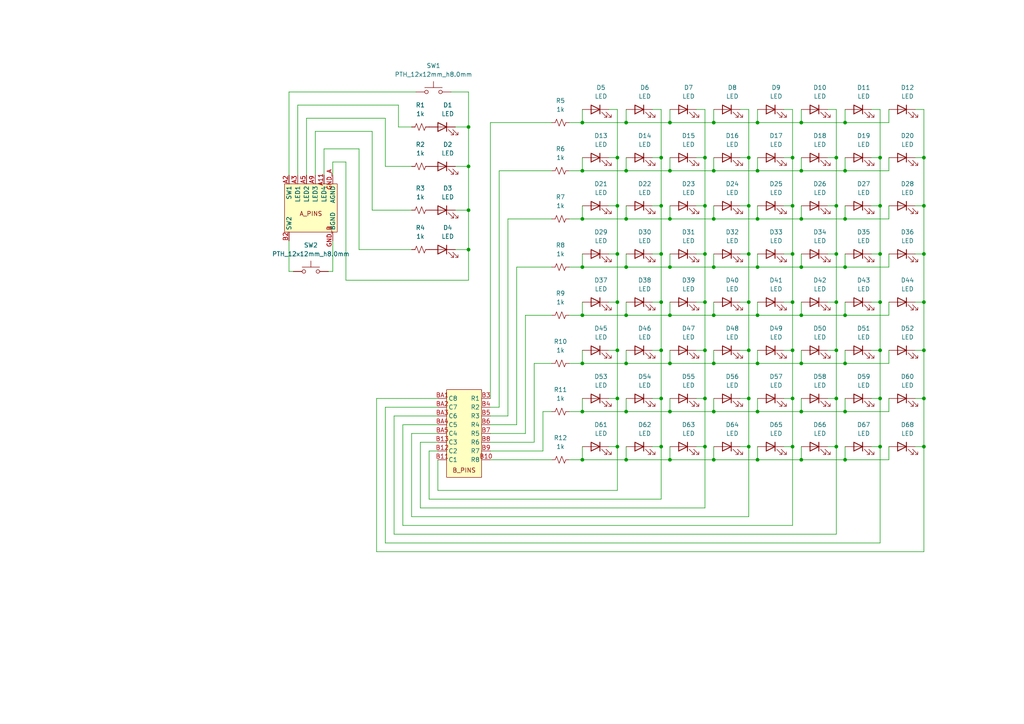
<source format=kicad_sch>
(kicad_sch (version 20250114) (generator "eeschema") (generator_version "9.0")
  (paper "A4")
  (lib_symbols
    (symbol "Device:LED" (pin_numbers (hide yes)) (pin_names (offset 1.016) (hide yes))
      (property "Reference" "D" (at 0 2.54 0))
      (property "Value" "LED" (at 0 -2.54 0))
      (symbol "LED_1_1"
        (pin passive line (at -3.81 0 0) (length 2.54) (name "K") (number "1"))
        (pin passive line (at 3.81 0 180) (length 2.54) (name "A") (number "2"))
      )
    )
    (symbol "PCM_SparkFun-Resistor:1k_0402" (pin_numbers (hide yes)) (pin_names (offset 0))
      (property "Reference" "R" (at 0 -2.54 0))
      (property "Value" "1k" (at 0 2.54 0))
      (symbol "1k_0402_1_1"
        (pin passive line (at -2.54 0 0) (length 1.016) (name "~") (number "1"))
        (pin passive line (at 2.54 0 180) (length 1.016) (name "~") (number "2"))
      )
    )
    (symbol "PCM_SparkFun-Switch:SPST_Push_PTH_12x12mm_h8.0mm" (pin_numbers (hide yes)) (pin_names (offset 0) (hide yes))
      (property "Reference" "SW" (at 0 5.08 0))
      (property "Value" "PTH_12x12mm_h8.0mm" (at 0 -2.54 0))
      (symbol "SPST_Push_PTH_12x12mm_h8.0mm_0_1"
        (pin passive line (at -5.08 0 0) (length 2.54) (name "1") (number "1"))
      )
      (symbol "SPST_Push_PTH_12x12mm_h8.0mm_1_1"
        (pin passive line (at 5.08 0 180) (length 2.54) (name "2") (number "2"))
      )
    )
    (symbol "matrix_tube_1"
      (property "Reference" "U" (at 0 0 0))
      (symbol "matrix_tube_1_1_1"
        (text "B_PINS" (at 7.62 3.302 0) (effects (font (size 1.27 1.27))))
        (pin input line (at 0 24.13 0) (length 2.54) (name "R1") (number "B3"))
        (pin input line (at 0 21.59 0) (length 2.54) (name "R2") (number "B4"))
        (pin input line (at 0 19.05 0) (length 2.54) (name "R3") (number "B5"))
        (pin input line (at 0 16.51 0) (length 2.54) (name "R4") (number "B6"))
        (pin input line (at 0 13.97 0) (length 2.54) (name "R5") (number "B7"))
        (pin input line (at 0 11.43 0) (length 2.54) (name "R6") (number "B8"))
        (pin input line (at 0 8.89 0) (length 2.54) (name "R7") (number "B9"))
        (pin input line (at 0 6.35 0) (length 2.54) (name "R8") (number "B10"))
        (pin input line (at 15.24 24.13 180) (length 2.54) (name "C8") (number "BA1"))
        (pin input line (at 15.24 21.59 180) (length 2.54) (name "C7") (number "BA2"))
        (pin input line (at 15.24 19.05 180) (length 2.54) (name "C6") (number "BA3"))
        (pin input line (at 15.24 16.51 180) (length 2.54) (name "C5") (number "BA4"))
        (pin input line (at 15.24 13.97 180) (length 2.54) (name "C4") (number "BA5"))
        (pin input line (at 15.24 11.43 180) (length 2.54) (name "C3") (number "B13"))
        (pin input line (at 15.24 8.89 180) (length 2.54) (name "C2") (number "B12"))
        (pin input line (at 15.24 6.35 180) (length 2.54) (name "C1") (number "B11"))
      )
    )
    (symbol "pins:lights"
      (property "Reference" "U" (at 0 0 0))
      (symbol "lights_1_1"
        (text "A_PINS\n" (at 0 -8.636 0) (effects (font (size 1.27 1.27))))
        (pin input line (at -6.35 2.54 270) (length 2.54) (name "SW1") (number "A2"))
        (pin input line (at -6.35 -16.51 90) (length 2.54) (name "SW2") (number "B2"))
        (pin input line (at -3.81 2.54 270) (length 2.54) (name "LED1") (number "A3"))
        (pin input line (at -1.27 2.54 270) (length 2.54) (name "LED2") (number "A5"))
        (pin input line (at 1.27 2.54 270) (length 2.54) (name "LED3") (number "A9"))
        (pin input line (at 3.81 2.54 270) (length 2.54) (name "LED4") (number "A11"))
        (pin input line (at 6.35 2.54 270) (length 2.54) (name "AGND") (number "GND_A"))
        (pin input line (at 6.35 -16.51 90) (length 2.54) (name "BGND") (number "GND_B"))
      )
    )
  )
  (junction (at 207.01 91.44))
  (junction (at 242.57 45.72))
  (junction (at 219.71 133.35))
  (junction (at 179.07 115.57))
  (junction (at 179.07 101.6))
  (junction (at 229.87 115.57))
  (junction (at 207.01 133.35))
  (junction (at 229.87 101.6))
  (junction (at 181.61 49.53))
  (junction (at 229.87 45.72))
  (junction (at 194.31 35.56))
  (junction (at 229.87 129.54))
  (junction (at 267.97 87.63))
  (junction (at 245.11 105.41))
  (junction (at 194.31 49.53))
  (junction (at 219.71 77.47))
  (junction (at 194.31 63.5))
  (junction (at 207.01 35.56))
  (junction (at 181.61 63.5))
  (junction (at 219.71 91.44))
  (junction (at 219.71 119.38))
  (junction (at 181.61 91.44))
  (junction (at 232.41 35.56))
  (junction (at 245.11 63.5))
  (junction (at 207.01 49.53))
  (junction (at 168.91 77.47))
  (junction (at 181.61 35.56))
  (junction (at 217.17 129.54))
  (junction (at 217.17 73.66))
  (junction (at 245.11 133.35))
  (junction (at 181.61 133.35))
  (junction (at 229.87 73.66))
  (junction (at 204.47 115.57))
  (junction (at 191.77 87.63))
  (junction (at 168.91 63.5))
  (junction (at 168.91 91.44))
  (junction (at 217.17 115.57))
  (junction (at 255.27 101.6))
  (junction (at 217.17 101.6))
  (junction (at 229.87 59.69))
  (junction (at 267.97 101.6))
  (junction (at 204.47 73.66))
  (junction (at 219.71 49.53))
  (junction (at 168.91 119.38))
  (junction (at 179.07 129.54))
  (junction (at 242.57 59.69))
  (junction (at 179.07 87.63))
  (junction (at 255.27 45.72))
  (junction (at 242.57 115.57))
  (junction (at 168.91 105.41))
  (junction (at 168.91 49.53))
  (junction (at 204.47 45.72))
  (junction (at 207.01 119.38))
  (junction (at 267.97 59.69))
  (junction (at 232.41 63.5))
  (junction (at 204.47 101.6))
  (junction (at 194.31 133.35))
  (junction (at 191.77 129.54))
  (junction (at 179.07 73.66))
  (junction (at 204.47 129.54))
  (junction (at 242.57 129.54))
  (junction (at 232.41 119.38))
  (junction (at 242.57 73.66))
  (junction (at 194.31 105.41))
  (junction (at 267.97 73.66))
  (junction (at 242.57 87.63))
  (junction (at 232.41 105.41))
  (junction (at 181.61 77.47))
  (junction (at 135.89 60.96))
  (junction (at 135.89 72.39))
  (junction (at 135.89 48.26))
  (junction (at 245.11 119.38))
  (junction (at 219.71 35.56))
  (junction (at 255.27 87.63))
  (junction (at 168.91 35.56))
  (junction (at 194.31 91.44))
  (junction (at 194.31 119.38))
  (junction (at 207.01 63.5))
  (junction (at 245.11 49.53))
  (junction (at 179.07 45.72))
  (junction (at 232.41 49.53))
  (junction (at 232.41 77.47))
  (junction (at 191.77 59.69))
  (junction (at 204.47 59.69))
  (junction (at 191.77 45.72))
  (junction (at 191.77 101.6))
  (junction (at 219.71 63.5))
  (junction (at 229.87 87.63))
  (junction (at 181.61 119.38))
  (junction (at 219.71 105.41))
  (junction (at 242.57 101.6))
  (junction (at 267.97 129.54))
  (junction (at 267.97 115.57))
  (junction (at 207.01 105.41))
  (junction (at 135.89 36.83))
  (junction (at 245.11 77.47))
  (junction (at 179.07 59.69))
  (junction (at 255.27 73.66))
  (junction (at 194.31 77.47))
  (junction (at 232.41 133.35))
  (junction (at 181.61 105.41))
  (junction (at 191.77 115.57))
  (junction (at 267.97 45.72))
  (junction (at 217.17 45.72))
  (junction (at 217.17 87.63))
  (junction (at 232.41 91.44))
  (junction (at 255.27 115.57))
  (junction (at 207.01 77.47))
  (junction (at 204.47 87.63))
  (junction (at 168.91 133.35))
  (junction (at 255.27 59.69))
  (junction (at 245.11 35.56))
  (junction (at 217.17 59.69))
  (junction (at 255.27 129.54))
  (junction (at 191.77 73.66))
  (junction (at 245.11 91.44))
  (wire (pts (xy 86.36 30.48) (xy 86.36 50.8)))
  (wire (pts (xy 135.89 60.96) (xy 135.89 72.39)))
  (wire (pts (xy 217.17 73.66) (xy 217.17 87.63)))
  (wire (pts (xy 181.61 91.44) (xy 194.31 91.44)))
  (wire (pts (xy 204.47 87.63) (xy 204.47 101.6)))
  (wire (pts (xy 189.23 31.75) (xy 191.77 31.75)))
  (wire (pts (xy 181.61 119.38) (xy 194.31 119.38)))
  (wire (pts (xy 252.73 129.54) (xy 255.27 129.54)))
  (wire (pts (xy 214.63 31.75) (xy 217.17 31.75)))
  (wire (pts (xy 207.01 77.47) (xy 219.71 77.47)))
  (wire (pts (xy 204.47 59.69) (xy 204.47 73.66)))
  (wire (pts (xy 127 120.65) (xy 114.3 120.65)))
  (wire (pts (xy 240.03 101.6) (xy 242.57 101.6)))
  (wire (pts (xy 191.77 129.54) (xy 191.77 144.78)))
  (wire (pts (xy 181.61 35.56) (xy 194.31 35.56)))
  (wire (pts (xy 207.01 63.5) (xy 219.71 63.5)))
  (wire (pts (xy 245.11 59.69) (xy 245.11 63.5)))
  (wire (pts (xy 181.61 45.72) (xy 181.61 49.53)))
  (wire (pts (xy 207.01 119.38) (xy 219.71 119.38)))
  (wire (pts (xy 154.94 128.27) (xy 154.94 105.41)))
  (wire (pts (xy 132.08 60.96) (xy 135.89 60.96)))
  (wire (pts (xy 201.93 129.54) (xy 204.47 129.54)))
  (wire (pts (xy 267.97 73.66) (xy 267.97 87.63)))
  (wire (pts (xy 111.76 118.11) (xy 111.76 157.48)))
  (wire (pts (xy 194.31 87.63) (xy 194.31 91.44)))
  (wire (pts (xy 189.23 73.66) (xy 191.77 73.66)))
  (wire (pts (xy 242.57 115.57) (xy 242.57 129.54)))
  (wire (pts (xy 252.73 31.75) (xy 255.27 31.75)))
  (wire (pts (xy 109.22 160.02) (xy 267.97 160.02)))
  (wire (pts (xy 168.91 45.72) (xy 168.91 49.53)))
  (wire (pts (xy 96.52 50.8) (xy 96.52 46.99)))
  (wire (pts (xy 194.31 115.57) (xy 194.31 119.38)))
  (wire (pts (xy 181.61 31.75) (xy 181.61 35.56)))
  (wire (pts (xy 255.27 115.57) (xy 255.27 129.54)))
  (wire (pts (xy 154.94 105.41) (xy 160.02 105.41)))
  (wire (pts (xy 194.31 119.38) (xy 207.01 119.38)))
  (wire (pts (xy 181.61 101.6) (xy 181.61 105.41)))
  (wire (pts (xy 127 115.57) (xy 109.22 115.57)))
  (wire (pts (xy 242.57 73.66) (xy 242.57 87.63)))
  (wire (pts (xy 242.57 59.69) (xy 242.57 73.66)))
  (wire (pts (xy 127 118.11) (xy 111.76 118.11)))
  (wire (pts (xy 257.81 115.57) (xy 257.81 119.38)))
  (wire (pts (xy 176.53 129.54) (xy 179.07 129.54)))
  (wire (pts (xy 168.91 31.75) (xy 168.91 35.56)))
  (wire (pts (xy 119.38 125.73) (xy 119.38 149.86)))
  (wire (pts (xy 257.81 45.72) (xy 257.81 49.53)))
  (wire (pts (xy 189.23 87.63) (xy 191.77 87.63)))
  (wire (pts (xy 240.03 31.75) (xy 242.57 31.75)))
  (wire (pts (xy 114.3 120.65) (xy 114.3 154.94)))
  (wire (pts (xy 245.11 129.54) (xy 245.11 133.35)))
  (wire (pts (xy 168.91 49.53) (xy 181.61 49.53)))
  (wire (pts (xy 232.41 91.44) (xy 245.11 91.44)))
  (wire (pts (xy 242.57 101.6) (xy 242.57 115.57)))
  (wire (pts (xy 245.11 101.6) (xy 245.11 105.41)))
  (wire (pts (xy 219.71 73.66) (xy 219.71 77.47)))
  (wire (pts (xy 265.43 59.69) (xy 267.97 59.69)))
  (wire (pts (xy 107.95 60.96) (xy 107.95 38.1)))
  (wire (pts (xy 179.07 87.63) (xy 179.07 101.6)))
  (wire (pts (xy 201.93 101.6) (xy 204.47 101.6)))
  (wire (pts (xy 181.61 105.41) (xy 194.31 105.41)))
  (wire (pts (xy 240.03 73.66) (xy 242.57 73.66)))
  (wire (pts (xy 194.31 77.47) (xy 207.01 77.47)))
  (wire (pts (xy 127 142.24) (xy 179.07 142.24)))
  (wire (pts (xy 165.1 119.38) (xy 168.91 119.38)))
  (wire (pts (xy 111.76 48.26) (xy 111.76 34.29)))
  (wire (pts (xy 142.24 120.65) (xy 147.32 120.65)))
  (wire (pts (xy 152.4 125.73) (xy 152.4 91.44)))
  (wire (pts (xy 229.87 115.57) (xy 229.87 129.54)))
  (wire (pts (xy 116.84 123.19) (xy 127 123.19)))
  (wire (pts (xy 168.91 119.38) (xy 181.61 119.38)))
  (wire (pts (xy 229.87 45.72) (xy 229.87 59.69)))
  (wire (pts (xy 232.41 35.56) (xy 245.11 35.56)))
  (wire (pts (xy 201.93 59.69) (xy 204.47 59.69)))
  (wire (pts (xy 168.91 87.63) (xy 168.91 91.44)))
  (wire (pts (xy 219.71 49.53) (xy 232.41 49.53)))
  (wire (pts (xy 114.3 154.94) (xy 242.57 154.94)))
  (wire (pts (xy 111.76 34.29) (xy 88.9 34.29)))
  (wire (pts (xy 142.24 133.35) (xy 160.02 133.35)))
  (wire (pts (xy 181.61 115.57) (xy 181.61 119.38)))
  (wire (pts (xy 127 130.81) (xy 124.46 130.81)))
  (wire (pts (xy 257.81 87.63) (xy 257.81 91.44)))
  (wire (pts (xy 121.92 128.27) (xy 121.92 147.32)))
  (wire (pts (xy 227.33 45.72) (xy 229.87 45.72)))
  (wire (pts (xy 96.52 78.74) (xy 95.25 78.74)))
  (wire (pts (xy 229.87 73.66) (xy 229.87 87.63)))
  (wire (pts (xy 232.41 133.35) (xy 245.11 133.35)))
  (wire (pts (xy 132.08 36.83) (xy 135.89 36.83)))
  (wire (pts (xy 142.24 125.73) (xy 152.4 125.73)))
  (wire (pts (xy 267.97 31.75) (xy 267.97 45.72)))
  (wire (pts (xy 207.01 73.66) (xy 207.01 77.47)))
  (wire (pts (xy 265.43 73.66) (xy 267.97 73.66)))
  (wire (pts (xy 240.03 59.69) (xy 242.57 59.69)))
  (wire (pts (xy 160.02 119.38) (xy 157.48 119.38)))
  (wire (pts (xy 265.43 115.57) (xy 267.97 115.57)))
  (wire (pts (xy 91.44 38.1) (xy 91.44 50.8)))
  (wire (pts (xy 179.07 45.72) (xy 179.07 59.69)))
  (wire (pts (xy 176.53 101.6) (xy 179.07 101.6)))
  (wire (pts (xy 219.71 31.75) (xy 219.71 35.56)))
  (wire (pts (xy 157.48 119.38) (xy 157.48 130.81)))
  (wire (pts (xy 252.73 101.6) (xy 255.27 101.6)))
  (wire (pts (xy 119.38 60.96) (xy 107.95 60.96)))
  (wire (pts (xy 245.11 73.66) (xy 245.11 77.47)))
  (wire (pts (xy 176.53 87.63) (xy 179.07 87.63)))
  (wire (pts (xy 194.31 49.53) (xy 207.01 49.53)))
  (wire (pts (xy 265.43 45.72) (xy 267.97 45.72)))
  (wire (pts (xy 165.1 77.47) (xy 168.91 77.47)))
  (wire (pts (xy 135.89 36.83) (xy 135.89 48.26)))
  (wire (pts (xy 255.27 59.69) (xy 255.27 73.66)))
  (wire (pts (xy 116.84 123.19) (xy 116.84 152.4)))
  (wire (pts (xy 267.97 115.57) (xy 267.97 129.54)))
  (wire (pts (xy 252.73 59.69) (xy 255.27 59.69)))
  (wire (pts (xy 168.91 77.47) (xy 181.61 77.47)))
  (wire (pts (xy 189.23 129.54) (xy 191.77 129.54)))
  (wire (pts (xy 176.53 115.57) (xy 179.07 115.57)))
  (wire (pts (xy 255.27 87.63) (xy 255.27 101.6)))
  (wire (pts (xy 204.47 115.57) (xy 204.47 129.54)))
  (wire (pts (xy 219.71 115.57) (xy 219.71 119.38)))
  (wire (pts (xy 194.31 45.72) (xy 194.31 49.53)))
  (wire (pts (xy 168.91 63.5) (xy 181.61 63.5)))
  (wire (pts (xy 119.38 36.83) (xy 115.57 36.83)))
  (wire (pts (xy 181.61 59.69) (xy 181.61 63.5)))
  (wire (pts (xy 142.24 118.11) (xy 144.78 118.11)))
  (wire (pts (xy 104.14 72.39) (xy 104.14 43.18)))
  (wire (pts (xy 165.1 49.53) (xy 168.91 49.53)))
  (wire (pts (xy 217.17 129.54) (xy 217.17 149.86)))
  (wire (pts (xy 179.07 129.54) (xy 179.07 142.24)))
  (wire (pts (xy 135.89 26.67) (xy 135.89 36.83)))
  (wire (pts (xy 214.63 129.54) (xy 217.17 129.54)))
  (wire (pts (xy 194.31 73.66) (xy 194.31 77.47)))
  (wire (pts (xy 232.41 45.72) (xy 232.41 49.53)))
  (wire (pts (xy 127 125.73) (xy 119.38 125.73)))
  (wire (pts (xy 119.38 48.26) (xy 111.76 48.26)))
  (wire (pts (xy 257.81 73.66) (xy 257.81 77.47)))
  (wire (pts (xy 201.93 31.75) (xy 204.47 31.75)))
  (wire (pts (xy 194.31 105.41) (xy 207.01 105.41)))
  (wire (pts (xy 229.87 129.54) (xy 229.87 152.4)))
  (wire (pts (xy 168.91 59.69) (xy 168.91 63.5)))
  (wire (pts (xy 227.33 59.69) (xy 229.87 59.69)))
  (wire (pts (xy 194.31 91.44) (xy 207.01 91.44)))
  (wire (pts (xy 219.71 87.63) (xy 219.71 91.44)))
  (wire (pts (xy 214.63 73.66) (xy 217.17 73.66)))
  (wire (pts (xy 179.07 101.6) (xy 179.07 115.57)))
  (wire (pts (xy 194.31 133.35) (xy 207.01 133.35)))
  (wire (pts (xy 219.71 35.56) (xy 232.41 35.56)))
  (wire (pts (xy 165.1 35.56) (xy 168.91 35.56)))
  (wire (pts (xy 181.61 77.47) (xy 194.31 77.47)))
  (wire (pts (xy 219.71 129.54) (xy 219.71 133.35)))
  (wire (pts (xy 245.11 133.35) (xy 257.81 133.35)))
  (wire (pts (xy 219.71 63.5) (xy 232.41 63.5)))
  (wire (pts (xy 88.9 34.29) (xy 88.9 50.8)))
  (wire (pts (xy 168.91 101.6) (xy 168.91 105.41)))
  (wire (pts (xy 217.17 101.6) (xy 217.17 115.57)))
  (wire (pts (xy 191.77 101.6) (xy 191.77 115.57)))
  (wire (pts (xy 245.11 87.63) (xy 245.11 91.44)))
  (wire (pts (xy 219.71 105.41) (xy 232.41 105.41)))
  (wire (pts (xy 104.14 43.18) (xy 93.98 43.18)))
  (wire (pts (xy 232.41 77.47) (xy 245.11 77.47)))
  (wire (pts (xy 135.89 72.39) (xy 135.89 81.28)))
  (wire (pts (xy 240.03 129.54) (xy 242.57 129.54)))
  (wire (pts (xy 232.41 115.57) (xy 232.41 119.38)))
  (wire (pts (xy 96.52 46.99) (xy 100.33 46.99)))
  (wire (pts (xy 181.61 49.53) (xy 194.31 49.53)))
  (wire (pts (xy 165.1 91.44) (xy 168.91 91.44)))
  (wire (pts (xy 147.32 63.5) (xy 160.02 63.5)))
  (wire (pts (xy 252.73 87.63) (xy 255.27 87.63)))
  (wire (pts (xy 165.1 105.41) (xy 168.91 105.41)))
  (wire (pts (xy 245.11 45.72) (xy 245.11 49.53)))
  (wire (pts (xy 168.91 133.35) (xy 181.61 133.35)))
  (wire (pts (xy 207.01 101.6) (xy 207.01 105.41)))
  (wire (pts (xy 207.01 45.72) (xy 207.01 49.53)))
  (wire (pts (xy 181.61 133.35) (xy 194.31 133.35)))
  (wire (pts (xy 214.63 115.57) (xy 217.17 115.57)))
  (wire (pts (xy 201.93 73.66) (xy 204.47 73.66)))
  (wire (pts (xy 267.97 45.72) (xy 267.97 59.69)))
  (wire (pts (xy 168.91 91.44) (xy 181.61 91.44)))
  (wire (pts (xy 245.11 119.38) (xy 257.81 119.38)))
  (wire (pts (xy 116.84 152.4) (xy 229.87 152.4)))
  (wire (pts (xy 132.08 48.26) (xy 135.89 48.26)))
  (wire (pts (xy 217.17 31.75) (xy 217.17 45.72)))
  (wire (pts (xy 194.31 59.69) (xy 194.31 63.5)))
  (wire (pts (xy 83.82 78.74) (xy 85.09 78.74)))
  (wire (pts (xy 227.33 129.54) (xy 229.87 129.54)))
  (wire (pts (xy 135.89 72.39) (xy 132.08 72.39)))
  (wire (pts (xy 121.92 147.32) (xy 204.47 147.32)))
  (wire (pts (xy 189.23 59.69) (xy 191.77 59.69)))
  (wire (pts (xy 245.11 63.5) (xy 257.81 63.5)))
  (wire (pts (xy 252.73 115.57) (xy 255.27 115.57)))
  (wire (pts (xy 227.33 31.75) (xy 229.87 31.75)))
  (wire (pts (xy 201.93 45.72) (xy 204.47 45.72)))
  (wire (pts (xy 191.77 115.57) (xy 191.77 129.54)))
  (wire (pts (xy 232.41 63.5) (xy 245.11 63.5)))
  (wire (pts (xy 142.24 123.19) (xy 149.86 123.19)))
  (wire (pts (xy 267.97 101.6) (xy 267.97 115.57)))
  (wire (pts (xy 219.71 101.6) (xy 219.71 105.41)))
  (wire (pts (xy 217.17 45.72) (xy 217.17 59.69)))
  (wire (pts (xy 242.57 45.72) (xy 242.57 59.69)))
  (wire (pts (xy 147.32 120.65) (xy 147.32 63.5)))
  (wire (pts (xy 207.01 115.57) (xy 207.01 119.38)))
  (wire (pts (xy 93.98 43.18) (xy 93.98 50.8)))
  (wire (pts (xy 255.27 45.72) (xy 255.27 59.69)))
  (wire (pts (xy 229.87 31.75) (xy 229.87 45.72)))
  (wire (pts (xy 232.41 73.66) (xy 232.41 77.47)))
  (wire (pts (xy 142.24 35.56) (xy 160.02 35.56)))
  (wire (pts (xy 176.53 45.72) (xy 179.07 45.72)))
  (wire (pts (xy 257.81 101.6) (xy 257.81 105.41)))
  (wire (pts (xy 214.63 101.6) (xy 217.17 101.6)))
  (wire (pts (xy 207.01 87.63) (xy 207.01 91.44)))
  (wire (pts (xy 204.47 45.72) (xy 204.47 59.69)))
  (wire (pts (xy 267.97 59.69) (xy 267.97 73.66)))
  (wire (pts (xy 229.87 101.6) (xy 229.87 115.57)))
  (wire (pts (xy 168.91 115.57) (xy 168.91 119.38)))
  (wire (pts (xy 232.41 101.6) (xy 232.41 105.41)))
  (wire (pts (xy 227.33 101.6) (xy 229.87 101.6)))
  (wire (pts (xy 115.57 36.83) (xy 115.57 30.48)))
  (wire (pts (xy 219.71 133.35) (xy 232.41 133.35)))
  (wire (pts (xy 219.71 91.44) (xy 232.41 91.44)))
  (wire (pts (xy 194.31 101.6) (xy 194.31 105.41)))
  (wire (pts (xy 142.24 115.57) (xy 142.24 35.56)))
  (wire (pts (xy 204.47 73.66) (xy 204.47 87.63)))
  (wire (pts (xy 165.1 133.35) (xy 168.91 133.35)))
  (wire (pts (xy 217.17 59.69) (xy 217.17 73.66)))
  (wire (pts (xy 119.38 72.39) (xy 104.14 72.39)))
  (wire (pts (xy 144.78 49.53) (xy 160.02 49.53)))
  (wire (pts (xy 252.73 73.66) (xy 255.27 73.66)))
  (wire (pts (xy 257.81 31.75) (xy 257.81 35.56)))
  (wire (pts (xy 245.11 77.47) (xy 257.81 77.47)))
  (wire (pts (xy 257.81 59.69) (xy 257.81 63.5)))
  (wire (pts (xy 217.17 115.57) (xy 217.17 129.54)))
  (wire (pts (xy 130.81 26.67) (xy 135.89 26.67)))
  (wire (pts (xy 219.71 45.72) (xy 219.71 49.53)))
  (wire (pts (xy 142.24 128.27) (xy 154.94 128.27)))
  (wire (pts (xy 124.46 130.81) (xy 124.46 144.78)))
  (wire (pts (xy 181.61 87.63) (xy 181.61 91.44)))
  (wire (pts (xy 232.41 87.63) (xy 232.41 91.44)))
  (wire (pts (xy 229.87 87.63) (xy 229.87 101.6)))
  (wire (pts (xy 135.89 48.26) (xy 135.89 60.96)))
  (wire (pts (xy 189.23 45.72) (xy 191.77 45.72)))
  (wire (pts (xy 168.91 129.54) (xy 168.91 133.35)))
  (wire (pts (xy 242.57 87.63) (xy 242.57 101.6)))
  (wire (pts (xy 189.23 101.6) (xy 191.77 101.6)))
  (wire (pts (xy 219.71 119.38) (xy 232.41 119.38)))
  (wire (pts (xy 245.11 35.56) (xy 257.81 35.56)))
  (wire (pts (xy 207.01 49.53) (xy 219.71 49.53)))
  (wire (pts (xy 245.11 31.75) (xy 245.11 35.56)))
  (wire (pts (xy 194.31 31.75) (xy 194.31 35.56)))
  (wire (pts (xy 201.93 115.57) (xy 204.47 115.57)))
  (wire (pts (xy 219.71 59.69) (xy 219.71 63.5)))
  (wire (pts (xy 207.01 91.44) (xy 219.71 91.44)))
  (wire (pts (xy 232.41 119.38) (xy 245.11 119.38)))
  (wire (pts (xy 219.71 77.47) (xy 232.41 77.47)))
  (wire (pts (xy 127 128.27) (xy 121.92 128.27)))
  (wire (pts (xy 229.87 59.69) (xy 229.87 73.66)))
  (wire (pts (xy 240.03 115.57) (xy 242.57 115.57)))
  (wire (pts (xy 265.43 31.75) (xy 267.97 31.75)))
  (wire (pts (xy 168.91 73.66) (xy 168.91 77.47)))
  (wire (pts (xy 189.23 115.57) (xy 191.77 115.57)))
  (wire (pts (xy 204.47 31.75) (xy 204.47 45.72)))
  (wire (pts (xy 127 133.35) (xy 127 142.24)))
  (wire (pts (xy 100.33 46.99) (xy 100.33 81.28)))
  (wire (pts (xy 267.97 129.54) (xy 267.97 160.02)))
  (wire (pts (xy 181.61 63.5) (xy 194.31 63.5)))
  (wire (pts (xy 181.61 129.54) (xy 181.61 133.35)))
  (wire (pts (xy 191.77 31.75) (xy 191.77 45.72)))
  (wire (pts (xy 191.77 73.66) (xy 191.77 87.63)))
  (wire (pts (xy 168.91 105.41) (xy 181.61 105.41)))
  (wire (pts (xy 245.11 105.41) (xy 257.81 105.41)))
  (wire (pts (xy 157.48 130.81) (xy 142.24 130.81)))
  (wire (pts (xy 227.33 115.57) (xy 229.87 115.57)))
  (wire (pts (xy 83.82 69.85) (xy 83.82 78.74)))
  (wire (pts (xy 144.78 118.11) (xy 144.78 49.53)))
  (wire (pts (xy 149.86 123.19) (xy 149.86 77.47)))
  (wire (pts (xy 109.22 115.57) (xy 109.22 160.02)))
  (wire (pts (xy 207.01 59.69) (xy 207.01 63.5)))
  (wire (pts (xy 265.43 87.63) (xy 267.97 87.63)))
  (wire (pts (xy 207.01 35.56) (xy 219.71 35.56)))
  (wire (pts (xy 168.91 35.56) (xy 181.61 35.56)))
  (wire (pts (xy 201.93 87.63) (xy 204.47 87.63)))
  (wire (pts (xy 111.76 157.48) (xy 255.27 157.48)))
  (wire (pts (xy 207.01 31.75) (xy 207.01 35.56)))
  (wire (pts (xy 267.97 87.63) (xy 267.97 101.6)))
  (wire (pts (xy 232.41 105.41) (xy 245.11 105.41)))
  (wire (pts (xy 176.53 59.69) (xy 179.07 59.69)))
  (wire (pts (xy 194.31 129.54) (xy 194.31 133.35)))
  (wire (pts (xy 179.07 115.57) (xy 179.07 129.54)))
  (wire (pts (xy 119.38 149.86) (xy 217.17 149.86)))
  (wire (pts (xy 179.07 73.66) (xy 179.07 87.63)))
  (wire (pts (xy 217.17 87.63) (xy 217.17 101.6)))
  (wire (pts (xy 83.82 26.67) (xy 83.82 50.8)))
  (wire (pts (xy 214.63 87.63) (xy 217.17 87.63)))
  (wire (pts (xy 265.43 101.6) (xy 267.97 101.6)))
  (wire (pts (xy 176.53 31.75) (xy 179.07 31.75)))
  (wire (pts (xy 135.89 81.28) (xy 100.33 81.28)))
  (wire (pts (xy 255.27 129.54) (xy 255.27 157.48)))
  (wire (pts (xy 245.11 115.57) (xy 245.11 119.38)))
  (wire (pts (xy 232.41 49.53) (xy 245.11 49.53)))
  (wire (pts (xy 207.01 105.41) (xy 219.71 105.41)))
  (wire (pts (xy 120.65 26.67) (xy 83.82 26.67)))
  (wire (pts (xy 204.47 129.54) (xy 204.47 147.32)))
  (wire (pts (xy 240.03 45.72) (xy 242.57 45.72)))
  (wire (pts (xy 176.53 73.66) (xy 179.07 73.66)))
  (wire (pts (xy 232.41 129.54) (xy 232.41 133.35)))
  (wire (pts (xy 255.27 101.6) (xy 255.27 115.57)))
  (wire (pts (xy 107.95 38.1) (xy 91.44 38.1)))
  (wire (pts (xy 245.11 49.53) (xy 257.81 49.53)))
  (wire (pts (xy 252.73 45.72) (xy 255.27 45.72)))
  (wire (pts (xy 242.57 31.75) (xy 242.57 45.72)))
  (wire (pts (xy 240.03 87.63) (xy 242.57 87.63)))
  (wire (pts (xy 96.52 69.85) (xy 96.52 78.74)))
  (wire (pts (xy 257.81 129.54) (xy 257.81 133.35)))
  (wire (pts (xy 124.46 144.78) (xy 191.77 144.78)))
  (wire (pts (xy 191.77 59.69) (xy 191.77 73.66)))
  (wire (pts (xy 149.86 77.47) (xy 160.02 77.47)))
  (wire (pts (xy 207.01 129.54) (xy 207.01 133.35)))
  (wire (pts (xy 232.41 31.75) (xy 232.41 35.56)))
  (wire (pts (xy 242.57 129.54) (xy 242.57 154.94)))
  (wire (pts (xy 194.31 35.56) (xy 207.01 35.56)))
  (wire (pts (xy 179.07 59.69) (xy 179.07 73.66)))
  (wire (pts (xy 255.27 73.66) (xy 255.27 87.63)))
  (wire (pts (xy 191.77 45.72) (xy 191.77 59.69)))
  (wire (pts (xy 191.77 87.63) (xy 191.77 101.6)))
  (wire (pts (xy 115.57 30.48) (xy 86.36 30.48)))
  (wire (pts (xy 204.47 101.6) (xy 204.47 115.57)))
  (wire (pts (xy 265.43 129.54) (xy 267.97 129.54)))
  (wire (pts (xy 214.63 59.69) (xy 217.17 59.69)))
  (wire (pts (xy 227.33 87.63) (xy 229.87 87.63)))
  (wire (pts (xy 194.31 63.5) (xy 207.01 63.5)))
  (wire (pts (xy 181.61 73.66) (xy 181.61 77.47)))
  (wire (pts (xy 152.4 91.44) (xy 160.02 91.44)))
  (wire (pts (xy 245.11 91.44) (xy 257.81 91.44)))
  (wire (pts (xy 179.07 31.75) (xy 179.07 45.72)))
  (wire (pts (xy 255.27 31.75) (xy 255.27 45.72)))
  (wire (pts (xy 214.63 45.72) (xy 217.17 45.72)))
  (wire (pts (xy 207.01 133.35) (xy 219.71 133.35)))
  (wire (pts (xy 165.1 63.5) (xy 168.91 63.5)))
  (wire (pts (xy 227.33 73.66) (xy 229.87 73.66)))
  (wire (pts (xy 232.41 59.69) (xy 232.41 63.5)))
  (symbol (lib_id "Device:LED") (at 128.27 60.96 0) (mirror y) (unit 1)
    (property "Reference" "D3" (at 129.8575 54.61 0))
    (property "Value" "LED" (at 129.8575 57.15 0))
    (property "Footprint" "LED_THT:LED_D3.0mm" (effects (hide yes)))
    (property "Description" "Light emitting diode" (effects (hide yes)))
    (property "Sim.Pins" "1=K 2=A" (effects (hide yes)))
  )
  (symbol (lib_id "Device:LED") (at 172.72 87.63 0) (mirror y) (unit 1)
    (property "Reference" "D37" (at 174.3075 81.28 0))
    (property "Value" "LED" (at 174.3075 83.82 0))
    (property "Footprint" "LED_THT:LED_D3.0mm_FlatTop" (effects (hide yes)))
    (property "Description" "Light emitting diode" (effects (hide yes)))
    (property "Sim.Pins" "1=K 2=A" (effects (hide yes)))
  )
  (symbol (lib_id "Device:LED") (at 261.62 129.54 0) (mirror y) (unit 1)
    (property "Reference" "D68" (at 263.2075 123.19 0))
    (property "Value" "LED" (at 263.2075 125.73 0))
    (property "Footprint" "LED_THT:LED_D3.0mm_FlatTop" (effects (hide yes)))
    (property "Description" "Light emitting diode" (effects (hide yes)))
    (property "Sim.Pins" "1=K 2=A" (effects (hide yes)))
  )
  (symbol (lib_id "Device:LED") (at 236.22 101.6 0) (mirror y) (unit 1)
    (property "Reference" "D50" (at 237.8075 95.25 0))
    (property "Value" "LED" (at 237.8075 97.79 0))
    (property "Footprint" "LED_THT:LED_D3.0mm_FlatTop" (effects (hide yes)))
    (property "Description" "Light emitting diode" (effects (hide yes)))
    (property "Sim.Pins" "1=K 2=A" (effects (hide yes)))
  )
  (symbol (lib_id "Device:LED") (at 172.72 45.72 0) (mirror y) (unit 1)
    (property "Reference" "D13" (at 174.3075 39.37 0))
    (property "Value" "LED" (at 174.3075 41.91 0))
    (property "Footprint" "LED_THT:LED_D3.0mm_FlatTop" (effects (hide yes)))
    (property "Description" "Light emitting diode" (effects (hide yes)))
    (property "Sim.Pins" "1=K 2=A" (effects (hide yes)))
  )
  (symbol (lib_id "Device:LED") (at 185.42 45.72 0) (mirror y) (unit 1)
    (property "Reference" "D14" (at 187.0075 39.37 0))
    (property "Value" "LED" (at 187.0075 41.91 0))
    (property "Footprint" "LED_THT:LED_D3.0mm_FlatTop" (effects (hide yes)))
    (property "Description" "Light emitting diode" (effects (hide yes)))
    (property "Sim.Pins" "1=K 2=A" (effects (hide yes)))
  )
  (symbol (lib_id "Device:LED") (at 236.22 73.66 0) (mirror y) (unit 1)
    (property "Reference" "D34" (at 237.8075 67.31 0))
    (property "Value" "LED" (at 237.8075 69.85 0))
    (property "Footprint" "LED_THT:LED_D3.0mm_FlatTop" (effects (hide yes)))
    (property "Description" "Light emitting diode" (effects (hide yes)))
    (property "Sim.Pins" "1=K 2=A" (effects (hide yes)))
  )
  (symbol (lib_id "Device:LED") (at 210.82 73.66 0) (mirror y) (unit 1)
    (property "Reference" "D32" (at 212.4075 67.31 0))
    (property "Value" "LED" (at 212.4075 69.85 0))
    (property "Footprint" "LED_THT:LED_D3.0mm_FlatTop" (effects (hide yes)))
    (property "Description" "Light emitting diode" (effects (hide yes)))
    (property "Sim.Pins" "1=K 2=A" (effects (hide yes)))
  )
  (symbol (lib_id "Device:LED") (at 223.52 73.66 0) (mirror y) (unit 1)
    (property "Reference" "D33" (at 225.1075 67.31 0))
    (property "Value" "LED" (at 225.1075 69.85 0))
    (property "Footprint" "LED_THT:LED_D3.0mm_FlatTop" (effects (hide yes)))
    (property "Description" "Light emitting diode" (effects (hide yes)))
    (property "Sim.Pins" "1=K 2=A" (effects (hide yes)))
  )
  (symbol (lib_id "Device:LED") (at 128.27 72.39 0) (mirror y) (unit 1)
    (property "Reference" "D4" (at 129.8575 66.04 0))
    (property "Value" "LED" (at 129.8575 68.58 0))
    (property "Footprint" "LED_THT:LED_D3.0mm" (effects (hide yes)))
    (property "Description" "Light emitting diode" (effects (hide yes)))
    (property "Sim.Pins" "1=K 2=A" (effects (hide yes)))
  )
  (symbol (lib_id "Device:LED") (at 210.82 59.69 0) (mirror y) (unit 1)
    (property "Reference" "D24" (at 212.4075 53.34 0))
    (property "Value" "LED" (at 212.4075 55.88 0))
    (property "Footprint" "LED_THT:LED_D3.0mm_FlatTop" (effects (hide yes)))
    (property "Description" "Light emitting diode" (effects (hide yes)))
    (property "Sim.Pins" "1=K 2=A" (effects (hide yes)))
  )
  (symbol (lib_id "Device:LED") (at 172.72 73.66 0) (mirror y) (unit 1)
    (property "Reference" "D29" (at 174.3075 67.31 0))
    (property "Value" "LED" (at 174.3075 69.85 0))
    (property "Footprint" "LED_THT:LED_D3.0mm_FlatTop" (effects (hide yes)))
    (property "Description" "Light emitting diode" (effects (hide yes)))
    (property "Sim.Pins" "1=K 2=A" (effects (hide yes)))
  )
  (symbol (lib_id "Device:LED") (at 198.12 31.75 0) (mirror y) (unit 1)
    (property "Reference" "D7" (at 199.7075 25.4 0))
    (property "Value" "LED" (at 199.7075 27.94 0))
    (property "Footprint" "LED_THT:LED_D3.0mm_FlatTop" (effects (hide yes)))
    (property "Description" "Light emitting diode" (effects (hide yes)))
    (property "Sim.Pins" "1=K 2=A" (effects (hide yes)))
  )
  (symbol (lib_id "Device:LED") (at 128.27 36.83 0) (mirror y) (unit 1)
    (property "Reference" "D1" (at 129.8575 30.48 0))
    (property "Value" "LED" (at 129.8575 33.02 0))
    (property "Footprint" "LED_THT:LED_D3.0mm" (effects (hide yes)))
    (property "Description" "Light emitting diode" (effects (hide yes)))
    (property "Sim.Pins" "1=K 2=A" (effects (hide yes)))
  )
  (symbol (lib_id "Device:LED") (at 261.62 31.75 0) (mirror y) (unit 1)
    (property "Reference" "D12" (at 263.2075 25.4 0))
    (property "Value" "LED" (at 263.2075 27.94 0))
    (property "Footprint" "LED_THT:LED_D3.0mm_FlatTop" (effects (hide yes)))
    (property "Description" "Light emitting diode" (effects (hide yes)))
    (property "Sim.Pins" "1=K 2=A" (effects (hide yes)))
  )
  (symbol (lib_id "Device:LED") (at 236.22 129.54 0) (mirror y) (unit 1)
    (property "Reference" "D66" (at 237.8075 123.19 0))
    (property "Value" "LED" (at 237.8075 125.73 0))
    (property "Footprint" "LED_THT:LED_D3.0mm_FlatTop" (effects (hide yes)))
    (property "Description" "Light emitting diode" (effects (hide yes)))
    (property "Sim.Pins" "1=K 2=A" (effects (hide yes)))
  )
  (symbol (lib_id "Device:LED") (at 210.82 129.54 0) (mirror y) (unit 1)
    (property "Reference" "D64" (at 212.4075 123.19 0))
    (property "Value" "LED" (at 212.4075 125.73 0))
    (property "Footprint" "LED_THT:LED_D3.0mm_FlatTop" (effects (hide yes)))
    (property "Description" "Light emitting diode" (effects (hide yes)))
    (property "Sim.Pins" "1=K 2=A" (effects (hide yes)))
  )
  (symbol (lib_id "Device:LED") (at 261.62 87.63 0) (mirror y) (unit 1)
    (property "Reference" "D44" (at 263.2075 81.28 0))
    (property "Value" "LED" (at 263.2075 83.82 0))
    (property "Footprint" "LED_THT:LED_D3.0mm_FlatTop" (effects (hide yes)))
    (property "Description" "Light emitting diode" (effects (hide yes)))
    (property "Sim.Pins" "1=K 2=A" (effects (hide yes)))
  )
  (symbol (lib_id "Device:LED") (at 261.62 45.72 0) (mirror y) (unit 1)
    (property "Reference" "D20" (at 263.2075 39.37 0))
    (property "Value" "LED" (at 263.2075 41.91 0))
    (property "Footprint" "LED_THT:LED_D3.0mm_FlatTop" (effects (hide yes)))
    (property "Description" "Light emitting diode" (effects (hide yes)))
    (property "Sim.Pins" "1=K 2=A" (effects (hide yes)))
  )
  (symbol (lib_id "PCM_SparkFun-Resistor:1k_0402") (at 121.92 60.96 0) (unit 1)
    (property "Reference" "R3" (at 121.92 54.61 0))
    (property "Value" "1k" (at 121.92 57.15 0))
    (property "Footprint" "PCM_SparkFun-Resistor:R_0402_1005Metric" (effects (hide yes)))
    (property "Datasheet" "https://www.vishay.com/docs/20035/dcrcwe3.pdf" (effects (hide yes)))
    (property "Description" "Resistor" (effects (hide yes)))
    (property "PROD_ID" "RES-14342" (effects (hide yes)))
  )
  (symbol (lib_id "Device:LED") (at 210.82 115.57 0) (mirror y) (unit 1)
    (property "Reference" "D56" (at 212.4075 109.22 0))
    (property "Value" "LED" (at 212.4075 111.76 0))
    (property "Footprint" "LED_THT:LED_D3.0mm_FlatTop" (effects (hide yes)))
    (property "Description" "Light emitting diode" (effects (hide yes)))
    (property "Sim.Pins" "1=K 2=A" (effects (hide yes)))
  )
  (symbol (lib_id "Device:LED") (at 223.52 45.72 0) (mirror y) (unit 1)
    (property "Reference" "D17" (at 225.1075 39.37 0))
    (property "Value" "LED" (at 225.1075 41.91 0))
    (property "Footprint" "LED_THT:LED_D3.0mm_FlatTop" (effects (hide yes)))
    (property "Description" "Light emitting diode" (effects (hide yes)))
    (property "Sim.Pins" "1=K 2=A" (effects (hide yes)))
  )
  (symbol (lib_id "PCM_SparkFun-Resistor:1k_0402") (at 162.56 91.44 0) (unit 1)
    (property "Reference" "R9" (at 162.56 85.09 0))
    (property "Value" "1k" (at 162.56 87.63 0))
    (property "Footprint" "PCM_SparkFun-Resistor:R_0402_1005Metric" (effects (hide yes)))
    (property "Datasheet" "https://www.vishay.com/docs/20035/dcrcwe3.pdf" (effects (hide yes)))
    (property "Description" "Resistor" (effects (hide yes)))
    (property "PROD_ID" "RES-14342" (effects (hide yes)))
  )
  (symbol (lib_id "Device:LED") (at 248.92 31.75 0) (mirror y) (unit 1)
    (property "Reference" "D11" (at 250.5075 25.4 0))
    (property "Value" "LED" (at 250.5075 27.94 0))
    (property "Footprint" "LED_THT:LED_D3.0mm_FlatTop" (effects (hide yes)))
    (property "Description" "Light emitting diode" (effects (hide yes)))
    (property "Sim.Pins" "1=K 2=A" (effects (hide yes)))
  )
  (symbol (lib_id "Device:LED") (at 198.12 87.63 0) (mirror y) (unit 1)
    (property "Reference" "D39" (at 199.7075 81.28 0))
    (property "Value" "LED" (at 199.7075 83.82 0))
    (property "Footprint" "LED_THT:LED_D3.0mm_FlatTop" (effects (hide yes)))
    (property "Description" "Light emitting diode" (effects (hide yes)))
    (property "Sim.Pins" "1=K 2=A" (effects (hide yes)))
  )
  (symbol (lib_id "Device:LED") (at 223.52 87.63 0) (mirror y) (unit 1)
    (property "Reference" "D41" (at 225.1075 81.28 0))
    (property "Value" "LED" (at 225.1075 83.82 0))
    (property "Footprint" "LED_THT:LED_D3.0mm_FlatTop" (effects (hide yes)))
    (property "Description" "Light emitting diode" (effects (hide yes)))
    (property "Sim.Pins" "1=K 2=A" (effects (hide yes)))
  )
  (symbol (lib_id "PCM_SparkFun-Resistor:1k_0402") (at 121.92 36.83 0) (unit 1)
    (property "Reference" "R1" (at 121.92 30.48 0))
    (property "Value" "1k" (at 121.92 33.02 0))
    (property "Footprint" "PCM_SparkFun-Resistor:R_0402_1005Metric" (effects (hide yes)))
    (property "Datasheet" "https://www.vishay.com/docs/20035/dcrcwe3.pdf" (effects (hide yes)))
    (property "Description" "Resistor" (effects (hide yes)))
    (property "PROD_ID" "RES-14342" (effects (hide yes)))
  )
  (symbol (lib_name "matrix_tube_1") (lib_id "pins:matrix_tube") (at 142.24 139.7 0) (mirror y) (unit 1)
    (property "Reference" "U4" (effects (hide yes)))
    (property "Footprint" "xmas_pcb:b_pins" (effects (hide yes)))
  )
  (symbol (lib_id "Device:LED") (at 261.62 59.69 0) (mirror y) (unit 1)
    (property "Reference" "D28" (at 263.2075 53.34 0))
    (property "Value" "LED" (at 263.2075 55.88 0))
    (property "Footprint" "LED_THT:LED_D3.0mm_FlatTop" (effects (hide yes)))
    (property "Description" "Light emitting diode" (effects (hide yes)))
    (property "Sim.Pins" "1=K 2=A" (effects (hide yes)))
  )
  (symbol (lib_id "PCM_SparkFun-Resistor:1k_0402") (at 121.92 72.39 0) (unit 1)
    (property "Reference" "R4" (at 121.92 66.04 0))
    (property "Value" "1k" (at 121.92 68.58 0))
    (property "Footprint" "PCM_SparkFun-Resistor:R_0402_1005Metric" (effects (hide yes)))
    (property "Datasheet" "https://www.vishay.com/docs/20035/dcrcwe3.pdf" (effects (hide yes)))
    (property "Description" "Resistor" (effects (hide yes)))
    (property "PROD_ID" "RES-14342" (effects (hide yes)))
  )
  (symbol (lib_id "Device:LED") (at 223.52 59.69 0) (mirror y) (unit 1)
    (property "Reference" "D25" (at 225.1075 53.34 0))
    (property "Value" "LED" (at 225.1075 55.88 0))
    (property "Footprint" "LED_THT:LED_D3.0mm_FlatTop" (effects (hide yes)))
    (property "Description" "Light emitting diode" (effects (hide yes)))
    (property "Sim.Pins" "1=K 2=A" (effects (hide yes)))
  )
  (symbol (lib_id "Device:LED") (at 198.12 101.6 0) (mirror y) (unit 1)
    (property "Reference" "D47" (at 199.7075 95.25 0))
    (property "Value" "LED" (at 199.7075 97.79 0))
    (property "Footprint" "LED_THT:LED_D3.0mm_FlatTop" (effects (hide yes)))
    (property "Description" "Light emitting diode" (effects (hide yes)))
    (property "Sim.Pins" "1=K 2=A" (effects (hide yes)))
  )
  (symbol (lib_id "Device:LED") (at 185.42 31.75 0) (mirror y) (unit 1)
    (property "Reference" "D6" (at 187.0075 25.4 0))
    (property "Value" "LED" (at 187.0075 27.94 0))
    (property "Footprint" "LED_THT:LED_D3.0mm_FlatTop" (effects (hide yes)))
    (property "Description" "Light emitting diode" (effects (hide yes)))
    (property "Sim.Pins" "1=K 2=A" (effects (hide yes)))
  )
  (symbol (lib_id "Device:LED") (at 172.72 129.54 0) (mirror y) (unit 1)
    (property "Reference" "D61" (at 174.3075 123.19 0))
    (property "Value" "LED" (at 174.3075 125.73 0))
    (property "Footprint" "LED_THT:LED_D3.0mm_FlatTop" (effects (hide yes)))
    (property "Description" "Light emitting diode" (effects (hide yes)))
    (property "Sim.Pins" "1=K 2=A" (effects (hide yes)))
  )
  (symbol (lib_id "Device:LED") (at 210.82 45.72 0) (mirror y) (unit 1)
    (property "Reference" "D16" (at 212.4075 39.37 0))
    (property "Value" "LED" (at 212.4075 41.91 0))
    (property "Footprint" "LED_THT:LED_D3.0mm_FlatTop" (effects (hide yes)))
    (property "Description" "Light emitting diode" (effects (hide yes)))
    (property "Sim.Pins" "1=K 2=A" (effects (hide yes)))
  )
  (symbol (lib_id "Device:LED") (at 198.12 45.72 0) (mirror y) (unit 1)
    (property "Reference" "D15" (at 199.7075 39.37 0))
    (property "Value" "LED" (at 199.7075 41.91 0))
    (property "Footprint" "LED_THT:LED_D3.0mm_FlatTop" (effects (hide yes)))
    (property "Description" "Light emitting diode" (effects (hide yes)))
    (property "Sim.Pins" "1=K 2=A" (effects (hide yes)))
  )
  (symbol (lib_id "Device:LED") (at 172.72 101.6 0) (mirror y) (unit 1)
    (property "Reference" "D45" (at 174.3075 95.25 0))
    (property "Value" "LED" (at 174.3075 97.79 0))
    (property "Footprint" "LED_THT:LED_D3.0mm_FlatTop" (effects (hide yes)))
    (property "Description" "Light emitting diode" (effects (hide yes)))
    (property "Sim.Pins" "1=K 2=A" (effects (hide yes)))
  )
  (symbol (lib_id "Device:LED") (at 172.72 31.75 0) (mirror y) (unit 1)
    (property "Reference" "D5" (at 174.3075 25.4 0))
    (property "Value" "LED" (at 174.3075 27.94 0))
    (property "Footprint" "LED_THT:LED_D3.0mm_FlatTop" (effects (hide yes)))
    (property "Description" "Light emitting diode" (effects (hide yes)))
    (property "Sim.Pins" "1=K 2=A" (effects (hide yes)))
  )
  (symbol (lib_id "Device:LED") (at 223.52 115.57 0) (mirror y) (unit 1)
    (property "Reference" "D57" (at 225.1075 109.22 0))
    (property "Value" "LED" (at 225.1075 111.76 0))
    (property "Footprint" "LED_THT:LED_D3.0mm_FlatTop" (effects (hide yes)))
    (property "Description" "Light emitting diode" (effects (hide yes)))
    (property "Sim.Pins" "1=K 2=A" (effects (hide yes)))
  )
  (symbol (lib_id "pins:lights") (at 90.17 53.34 0) (unit 1)
    (property "Reference" "U2" (effects (hide yes)))
    (property "Footprint" "xmas_pcb:a_pins" (effects (hide yes)))
  )
  (symbol (lib_id "Device:LED") (at 223.52 101.6 0) (mirror y) (unit 1)
    (property "Reference" "D49" (at 225.1075 95.25 0))
    (property "Value" "LED" (at 225.1075 97.79 0))
    (property "Footprint" "LED_THT:LED_D3.0mm_FlatTop" (effects (hide yes)))
    (property "Description" "Light emitting diode" (effects (hide yes)))
    (property "Sim.Pins" "1=K 2=A" (effects (hide yes)))
  )
  (symbol (lib_id "PCM_SparkFun-Resistor:1k_0402") (at 162.56 49.53 0) (unit 1)
    (property "Reference" "R6" (at 162.56 43.18 0))
    (property "Value" "1k" (at 162.56 45.72 0))
    (property "Footprint" "PCM_SparkFun-Resistor:R_0402_1005Metric" (effects (hide yes)))
    (property "Datasheet" "https://www.vishay.com/docs/20035/dcrcwe3.pdf" (effects (hide yes)))
    (property "Description" "Resistor" (effects (hide yes)))
    (property "PROD_ID" "RES-14342" (effects (hide yes)))
  )
  (symbol (lib_id "Device:LED") (at 248.92 87.63 0) (mirror y) (unit 1)
    (property "Reference" "D43" (at 250.5075 81.28 0))
    (property "Value" "LED" (at 250.5075 83.82 0))
    (property "Footprint" "LED_THT:LED_D3.0mm_FlatTop" (effects (hide yes)))
    (property "Description" "Light emitting diode" (effects (hide yes)))
    (property "Sim.Pins" "1=K 2=A" (effects (hide yes)))
  )
  (symbol (lib_id "PCM_SparkFun-Resistor:1k_0402") (at 162.56 77.47 0) (unit 1)
    (property "Reference" "R8" (at 162.56 71.12 0))
    (property "Value" "1k" (at 162.56 73.66 0))
    (property "Footprint" "PCM_SparkFun-Resistor:R_0402_1005Metric" (effects (hide yes)))
    (property "Datasheet" "https://www.vishay.com/docs/20035/dcrcwe3.pdf" (effects (hide yes)))
    (property "Description" "Resistor" (effects (hide yes)))
    (property "PROD_ID" "RES-14342" (effects (hide yes)))
  )
  (symbol (lib_id "Device:LED") (at 210.82 101.6 0) (mirror y) (unit 1)
    (property "Reference" "D48" (at 212.4075 95.25 0))
    (property "Value" "LED" (at 212.4075 97.79 0))
    (property "Footprint" "LED_THT:LED_D3.0mm_FlatTop" (effects (hide yes)))
    (property "Description" "Light emitting diode" (effects (hide yes)))
    (property "Sim.Pins" "1=K 2=A" (effects (hide yes)))
  )
  (symbol (lib_id "Device:LED") (at 261.62 73.66 0) (mirror y) (unit 1)
    (property "Reference" "D36" (at 263.2075 67.31 0))
    (property "Value" "LED" (at 263.2075 69.85 0))
    (property "Footprint" "LED_THT:LED_D3.0mm_FlatTop" (effects (hide yes)))
    (property "Description" "Light emitting diode" (effects (hide yes)))
    (property "Sim.Pins" "1=K 2=A" (effects (hide yes)))
  )
  (symbol (lib_id "Device:LED") (at 261.62 115.57 0) (mirror y) (unit 1)
    (property "Reference" "D60" (at 263.2075 109.22 0))
    (property "Value" "LED" (at 263.2075 111.76 0))
    (property "Footprint" "LED_THT:LED_D3.0mm_FlatTop" (effects (hide yes)))
    (property "Description" "Light emitting diode" (effects (hide yes)))
    (property "Sim.Pins" "1=K 2=A" (effects (hide yes)))
  )
  (symbol (lib_id "PCM_SparkFun-Switch:SPST_Push_PTH_12x12mm_h8.0mm") (at 125.73 26.67 0) (unit 1)
    (property "Reference" "SW1" (at 125.73 19.05 0))
    (property "Value" "PTH_12x12mm_h8.0mm" (at 125.73 21.59 0))
    (property "Footprint" "PCM_SparkFun-Switch:Push_PTH_12x12mm" (effects (hide yes)))
    (property "Datasheet" "https://www.omron.com/ecb/products/pdf/en-b3f.pdf" (effects (hide yes)))
    (property "Description" "Single Pole Single Throw (SPST) switch" (effects (hide yes)))
    (property "PROD_ID" "SWCH-09185" (effects (hide yes)))
  )
  (symbol (lib_id "Device:LED") (at 248.92 73.66 0) (mirror y) (unit 1)
    (property "Reference" "D35" (at 250.5075 67.31 0))
    (property "Value" "LED" (at 250.5075 69.85 0))
    (property "Footprint" "LED_THT:LED_D3.0mm_FlatTop" (effects (hide yes)))
    (property "Description" "Light emitting diode" (effects (hide yes)))
    (property "Sim.Pins" "1=K 2=A" (effects (hide yes)))
  )
  (symbol (lib_id "Device:LED") (at 248.92 59.69 0) (mirror y) (unit 1)
    (property "Reference" "D27" (at 250.5075 53.34 0))
    (property "Value" "LED" (at 250.5075 55.88 0))
    (property "Footprint" "LED_THT:LED_D3.0mm_FlatTop" (effects (hide yes)))
    (property "Description" "Light emitting diode" (effects (hide yes)))
    (property "Sim.Pins" "1=K 2=A" (effects (hide yes)))
  )
  (symbol (lib_id "Device:LED") (at 248.92 115.57 0) (mirror y) (unit 1)
    (property "Reference" "D59" (at 250.5075 109.22 0))
    (property "Value" "LED" (at 250.5075 111.76 0))
    (property "Footprint" "LED_THT:LED_D3.0mm_FlatTop" (effects (hide yes)))
    (property "Description" "Light emitting diode" (effects (hide yes)))
    (property "Sim.Pins" "1=K 2=A" (effects (hide yes)))
  )
  (symbol (lib_id "Device:LED") (at 198.12 129.54 0) (mirror y) (unit 1)
    (property "Reference" "D63" (at 199.7075 123.19 0))
    (property "Value" "LED" (at 199.7075 125.73 0))
    (property "Footprint" "LED_THT:LED_D3.0mm_FlatTop" (effects (hide yes)))
    (property "Description" "Light emitting diode" (effects (hide yes)))
    (property "Sim.Pins" "1=K 2=A" (effects (hide yes)))
  )
  (symbol (lib_id "PCM_SparkFun-Resistor:1k_0402") (at 162.56 119.38 0) (unit 1)
    (property "Reference" "R11" (at 162.56 113.03 0))
    (property "Value" "1k" (at 162.56 115.57 0))
    (property "Footprint" "PCM_SparkFun-Resistor:R_0402_1005Metric" (effects (hide yes)))
    (property "Datasheet" "https://www.vishay.com/docs/20035/dcrcwe3.pdf" (effects (hide yes)))
    (property "Description" "Resistor" (effects (hide yes)))
    (property "PROD_ID" "RES-14342" (effects (hide yes)))
  )
  (symbol (lib_id "Device:LED") (at 223.52 129.54 0) (mirror y) (unit 1)
    (property "Reference" "D65" (at 225.1075 123.19 0))
    (property "Value" "LED" (at 225.1075 125.73 0))
    (property "Footprint" "LED_THT:LED_D3.0mm_FlatTop" (effects (hide yes)))
    (property "Description" "Light emitting diode" (effects (hide yes)))
    (property "Sim.Pins" "1=K 2=A" (effects (hide yes)))
  )
  (symbol (lib_id "Device:LED") (at 236.22 59.69 0) (mirror y) (unit 1)
    (property "Reference" "D26" (at 237.8075 53.34 0))
    (property "Value" "LED" (at 237.8075 55.88 0))
    (property "Footprint" "LED_THT:LED_D3.0mm_FlatTop" (effects (hide yes)))
    (property "Description" "Light emitting diode" (effects (hide yes)))
    (property "Sim.Pins" "1=K 2=A" (effects (hide yes)))
  )
  (symbol (lib_id "Device:LED") (at 210.82 87.63 0) (mirror y) (unit 1)
    (property "Reference" "D40" (at 212.4075 81.28 0))
    (property "Value" "LED" (at 212.4075 83.82 0))
    (property "Footprint" "LED_THT:LED_D3.0mm_FlatTop" (effects (hide yes)))
    (property "Description" "Light emitting diode" (effects (hide yes)))
    (property "Sim.Pins" "1=K 2=A" (effects (hide yes)))
  )
  (symbol (lib_id "Device:LED") (at 210.82 31.75 0) (mirror y) (unit 1)
    (property "Reference" "D8" (at 212.4075 25.4 0))
    (property "Value" "LED" (at 212.4075 27.94 0))
    (property "Footprint" "LED_THT:LED_D3.0mm_FlatTop" (effects (hide yes)))
    (property "Description" "Light emitting diode" (effects (hide yes)))
    (property "Sim.Pins" "1=K 2=A" (effects (hide yes)))
  )
  (symbol (lib_id "Device:LED") (at 185.42 115.57 0) (mirror y) (unit 1)
    (property "Reference" "D54" (at 187.0075 109.22 0))
    (property "Value" "LED" (at 187.0075 111.76 0))
    (property "Footprint" "LED_THT:LED_D3.0mm_FlatTop" (effects (hide yes)))
    (property "Description" "Light emitting diode" (effects (hide yes)))
    (property "Sim.Pins" "1=K 2=A" (effects (hide yes)))
  )
  (symbol (lib_id "PCM_SparkFun-Resistor:1k_0402") (at 162.56 105.41 0) (unit 1)
    (property "Reference" "R10" (at 162.56 99.06 0))
    (property "Value" "1k" (at 162.56 101.6 0))
    (property "Footprint" "PCM_SparkFun-Resistor:R_0402_1005Metric" (effects (hide yes)))
    (property "Datasheet" "https://www.vishay.com/docs/20035/dcrcwe3.pdf" (effects (hide yes)))
    (property "Description" "Resistor" (effects (hide yes)))
    (property "PROD_ID" "RES-14342" (effects (hide yes)))
  )
  (symbol (lib_id "Device:LED") (at 236.22 87.63 0) (mirror y) (unit 1)
    (property "Reference" "D42" (at 237.8075 81.28 0))
    (property "Value" "LED" (at 237.8075 83.82 0))
    (property "Footprint" "LED_THT:LED_D3.0mm_FlatTop" (effects (hide yes)))
    (property "Description" "Light emitting diode" (effects (hide yes)))
    (property "Sim.Pins" "1=K 2=A" (effects (hide yes)))
  )
  (symbol (lib_id "Device:LED") (at 185.42 59.69 0) (mirror y) (unit 1)
    (property "Reference" "D22" (at 187.0075 53.34 0))
    (property "Value" "LED" (at 187.0075 55.88 0))
    (property "Footprint" "LED_THT:LED_D3.0mm_FlatTop" (effects (hide yes)))
    (property "Description" "Light emitting diode" (effects (hide yes)))
    (property "Sim.Pins" "1=K 2=A" (effects (hide yes)))
  )
  (symbol (lib_id "Device:LED") (at 248.92 129.54 0) (mirror y) (unit 1)
    (property "Reference" "D67" (at 250.5075 123.19 0))
    (property "Value" "LED" (at 250.5075 125.73 0))
    (property "Footprint" "LED_THT:LED_D3.0mm_FlatTop" (effects (hide yes)))
    (property "Description" "Light emitting diode" (effects (hide yes)))
    (property "Sim.Pins" "1=K 2=A" (effects (hide yes)))
  )
  (symbol (lib_id "Device:LED") (at 236.22 31.75 0) (mirror y) (unit 1)
    (property "Reference" "D10" (at 237.8075 25.4 0))
    (property "Value" "LED" (at 237.8075 27.94 0))
    (property "Footprint" "LED_THT:LED_D3.0mm_FlatTop" (effects (hide yes)))
    (property "Description" "Light emitting diode" (effects (hide yes)))
    (property "Sim.Pins" "1=K 2=A" (effects (hide yes)))
  )
  (symbol (lib_id "Device:LED") (at 185.42 87.63 0) (mirror y) (unit 1)
    (property "Reference" "D38" (at 187.0075 81.28 0))
    (property "Value" "LED" (at 187.0075 83.82 0))
    (property "Footprint" "LED_THT:LED_D3.0mm_FlatTop" (effects (hide yes)))
    (property "Description" "Light emitting diode" (effects (hide yes)))
    (property "Sim.Pins" "1=K 2=A" (effects (hide yes)))
  )
  (symbol (lib_id "Device:LED") (at 172.72 115.57 0) (mirror y) (unit 1)
    (property "Reference" "D53" (at 174.3075 109.22 0))
    (property "Value" "LED" (at 174.3075 111.76 0))
    (property "Footprint" "LED_THT:LED_D3.0mm_FlatTop" (effects (hide yes)))
    (property "Description" "Light emitting diode" (effects (hide yes)))
    (property "Sim.Pins" "1=K 2=A" (effects (hide yes)))
  )
  (symbol (lib_id "PCM_SparkFun-Resistor:1k_0402") (at 162.56 133.35 0) (unit 1)
    (property "Reference" "R12" (at 162.56 127 0))
    (property "Value" "1k" (at 162.56 129.54 0))
    (property "Footprint" "PCM_SparkFun-Resistor:R_0402_1005Metric" (effects (hide yes)))
    (property "Datasheet" "https://www.vishay.com/docs/20035/dcrcwe3.pdf" (effects (hide yes)))
    (property "Description" "Resistor" (effects (hide yes)))
    (property "PROD_ID" "RES-14342" (effects (hide yes)))
  )
  (symbol (lib_id "Device:LED") (at 248.92 101.6 0) (mirror y) (unit 1)
    (property "Reference" "D51" (at 250.5075 95.25 0))
    (property "Value" "LED" (at 250.5075 97.79 0))
    (property "Footprint" "LED_THT:LED_D3.0mm_FlatTop" (effects (hide yes)))
    (property "Description" "Light emitting diode" (effects (hide yes)))
    (property "Sim.Pins" "1=K 2=A" (effects (hide yes)))
  )
  (symbol (lib_id "PCM_SparkFun-Resistor:1k_0402") (at 162.56 35.56 0) (unit 1)
    (property "Reference" "R5" (at 162.56 29.21 0))
    (property "Value" "1k" (at 162.56 31.75 0))
    (property "Footprint" "PCM_SparkFun-Resistor:R_0402_1005Metric" (effects (hide yes)))
    (property "Datasheet" "https://www.vishay.com/docs/20035/dcrcwe3.pdf" (effects (hide yes)))
    (property "Description" "Resistor" (effects (hide yes)))
    (property "PROD_ID" "RES-14342" (effects (hide yes)))
  )
  (symbol (lib_id "Device:LED") (at 236.22 115.57 0) (mirror y) (unit 1)
    (property "Reference" "D58" (at 237.8075 109.22 0))
    (property "Value" "LED" (at 237.8075 111.76 0))
    (property "Footprint" "LED_THT:LED_D3.0mm_FlatTop" (effects (hide yes)))
    (property "Description" "Light emitting diode" (effects (hide yes)))
    (property "Sim.Pins" "1=K 2=A" (effects (hide yes)))
  )
  (symbol (lib_id "Device:LED") (at 128.27 48.26 0) (mirror y) (unit 1)
    (property "Reference" "D2" (at 129.8575 41.91 0))
    (property "Value" "LED" (at 129.8575 44.45 0))
    (property "Footprint" "LED_THT:LED_D3.0mm" (effects (hide yes)))
    (property "Description" "Light emitting diode" (effects (hide yes)))
    (property "Sim.Pins" "1=K 2=A" (effects (hide yes)))
  )
  (symbol (lib_id "Device:LED") (at 261.62 101.6 0) (mirror y) (unit 1)
    (property "Reference" "D52" (at 263.2075 95.25 0))
    (property "Value" "LED" (at 263.2075 97.79 0))
    (property "Footprint" "LED_THT:LED_D3.0mm_FlatTop" (effects (hide yes)))
    (property "Description" "Light emitting diode" (effects (hide yes)))
    (property "Sim.Pins" "1=K 2=A" (effects (hide yes)))
  )
  (symbol (lib_id "Device:LED") (at 198.12 115.57 0) (mirror y) (unit 1)
    (property "Reference" "D55" (at 199.7075 109.22 0))
    (property "Value" "LED" (at 199.7075 111.76 0))
    (property "Footprint" "LED_THT:LED_D3.0mm_FlatTop" (effects (hide yes)))
    (property "Description" "Light emitting diode" (effects (hide yes)))
    (property "Sim.Pins" "1=K 2=A" (effects (hide yes)))
  )
  (symbol (lib_id "Device:LED") (at 185.42 129.54 0) (mirror y) (unit 1)
    (property "Reference" "D62" (at 187.0075 123.19 0))
    (property "Value" "LED" (at 187.0075 125.73 0))
    (property "Footprint" "LED_THT:LED_D3.0mm_FlatTop" (effects (hide yes)))
    (property "Description" "Light emitting diode" (effects (hide yes)))
    (property "Sim.Pins" "1=K 2=A" (effects (hide yes)))
  )
  (symbol (lib_id "Device:LED") (at 248.92 45.72 0) (mirror y) (unit 1)
    (property "Reference" "D19" (at 250.5075 39.37 0))
    (property "Value" "LED" (at 250.5075 41.91 0))
    (property "Footprint" "LED_THT:LED_D3.0mm_FlatTop" (effects (hide yes)))
    (property "Description" "Light emitting diode" (effects (hide yes)))
    (property "Sim.Pins" "1=K 2=A" (effects (hide yes)))
  )
  (symbol (lib_id "Device:LED") (at 198.12 73.66 0) (mirror y) (unit 1)
    (property "Reference" "D31" (at 199.7075 67.31 0))
    (property "Value" "LED" (at 199.7075 69.85 0))
    (property "Footprint" "LED_THT:LED_D3.0mm_FlatTop" (effects (hide yes)))
    (property "Description" "Light emitting diode" (effects (hide yes)))
    (property "Sim.Pins" "1=K 2=A" (effects (hide yes)))
  )
  (symbol (lib_id "Device:LED") (at 236.22 45.72 0) (mirror y) (unit 1)
    (property "Reference" "D18" (at 237.8075 39.37 0))
    (property "Value" "LED" (at 237.8075 41.91 0))
    (property "Footprint" "LED_THT:LED_D3.0mm_FlatTop" (effects (hide yes)))
    (property "Description" "Light emitting diode" (effects (hide yes)))
    (property "Sim.Pins" "1=K 2=A" (effects (hide yes)))
  )
  (symbol (lib_id "PCM_SparkFun-Resistor:1k_0402") (at 162.56 63.5 0) (unit 1)
    (property "Reference" "R7" (at 162.56 57.15 0))
    (property "Value" "1k" (at 162.56 59.69 0))
    (property "Footprint" "PCM_SparkFun-Resistor:R_0402_1005Metric" (effects (hide yes)))
    (property "Datasheet" "https://www.vishay.com/docs/20035/dcrcwe3.pdf" (effects (hide yes)))
    (property "Description" "Resistor" (effects (hide yes)))
    (property "PROD_ID" "RES-14342" (effects (hide yes)))
  )
  (symbol (lib_id "PCM_SparkFun-Resistor:1k_0402") (at 121.92 48.26 0) (unit 1)
    (property "Reference" "R2" (at 121.92 41.91 0))
    (property "Value" "1k" (at 121.92 44.45 0))
    (property "Footprint" "PCM_SparkFun-Resistor:R_0402_1005Metric" (effects (hide yes)))
    (property "Datasheet" "https://www.vishay.com/docs/20035/dcrcwe3.pdf" (effects (hide yes)))
    (property "Description" "Resistor" (effects (hide yes)))
    (property "PROD_ID" "RES-14342" (effects (hide yes)))
  )
  (symbol (lib_id "Device:LED") (at 198.12 59.69 0) (mirror y) (unit 1)
    (property "Reference" "D23" (at 199.7075 53.34 0))
    (property "Value" "LED" (at 199.7075 55.88 0))
    (property "Footprint" "LED_THT:LED_D3.0mm_FlatTop" (effects (hide yes)))
    (property "Description" "Light emitting diode" (effects (hide yes)))
    (property "Sim.Pins" "1=K 2=A" (effects (hide yes)))
  )
  (symbol (lib_id "PCM_SparkFun-Switch:SPST_Push_PTH_12x12mm_h8.0mm") (at 90.17 78.74 0) (unit 1)
    (property "Reference" "SW2" (at 90.17 71.12 0))
    (property "Value" "PTH_12x12mm_h8.0mm" (at 90.17 73.66 0))
    (property "Footprint" "PCM_SparkFun-Switch:Push_PTH_12x12mm" (effects (hide yes)))
    (property "Datasheet" "https://www.omron.com/ecb/products/pdf/en-b3f.pdf" (effects (hide yes)))
    (property "Description" "Single Pole Single Throw (SPST) switch" (effects (hide yes)))
    (property "PROD_ID" "SWCH-09185" (effects (hide yes)))
  )
  (symbol (lib_id "Device:LED") (at 185.42 101.6 0) (mirror y) (unit 1)
    (property "Reference" "D46" (at 187.0075 95.25 0))
    (property "Value" "LED" (at 187.0075 97.79 0))
    (property "Footprint" "LED_THT:LED_D3.0mm_FlatTop" (effects (hide yes)))
    (property "Description" "Light emitting diode" (effects (hide yes)))
    (property "Sim.Pins" "1=K 2=A" (effects (hide yes)))
  )
  (symbol (lib_id "Device:LED") (at 185.42 73.66 0) (mirror y) (unit 1)
    (property "Reference" "D30" (at 187.0075 67.31 0))
    (property "Value" "LED" (at 187.0075 69.85 0))
    (property "Footprint" "LED_THT:LED_D3.0mm_FlatTop" (effects (hide yes)))
    (property "Description" "Light emitting diode" (effects (hide yes)))
    (property "Sim.Pins" "1=K 2=A" (effects (hide yes)))
  )
  (symbol (lib_id "Device:LED") (at 223.52 31.75 0) (mirror y) (unit 1)
    (property "Reference" "D9" (at 225.1075 25.4 0))
    (property "Value" "LED" (at 225.1075 27.94 0))
    (property "Footprint" "LED_THT:LED_D3.0mm_FlatTop" (effects (hide yes)))
    (property "Description" "Light emitting diode" (effects (hide yes)))
    (property "Sim.Pins" "1=K 2=A" (effects (hide yes)))
  )
  (symbol (lib_id "Device:LED") (at 172.72 59.69 0) (mirror y) (unit 1)
    (property "Reference" "D21" (at 174.3075 53.34 0))
    (property "Value" "LED" (at 174.3075 55.88 0))
    (property "Footprint" "LED_THT:LED_D3.0mm_FlatTop" (effects (hide yes)))
    (property "Description" "Light emitting diode" (effects (hide yes)))
    (property "Sim.Pins" "1=K 2=A" (effects (hide yes)))
  )
)
</source>
